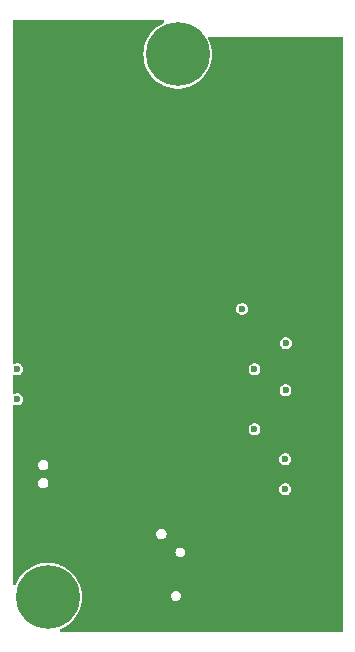
<source format=gbr>
%TF.GenerationSoftware,KiCad,Pcbnew,8.0.5*%
%TF.CreationDate,2024-10-25T02:08:45-07:00*%
%TF.ProjectId,ChungRF,4368756e-6752-4462-9e6b-696361645f70,R3*%
%TF.SameCoordinates,Original*%
%TF.FileFunction,Copper,L2,Inr*%
%TF.FilePolarity,Positive*%
%FSLAX46Y46*%
G04 Gerber Fmt 4.6, Leading zero omitted, Abs format (unit mm)*
G04 Created by KiCad (PCBNEW 8.0.5) date 2024-10-25 02:08:45*
%MOMM*%
%LPD*%
G01*
G04 APERTURE LIST*
%TA.AperFunction,ComponentPad*%
%ADD10C,0.800000*%
%TD*%
%TA.AperFunction,ComponentPad*%
%ADD11C,5.400000*%
%TD*%
%TA.AperFunction,ViaPad*%
%ADD12C,0.700000*%
%TD*%
%TA.AperFunction,ViaPad*%
%ADD13C,0.600000*%
%TD*%
%TA.AperFunction,ViaPad*%
%ADD14C,0.900000*%
%TD*%
G04 APERTURE END LIST*
D10*
%TO.N,N/C*%
%TO.C,H1*%
X163524082Y-64650000D03*
X164117191Y-63218109D03*
X164117191Y-66081891D03*
X165549082Y-62625000D03*
D11*
X165549082Y-64650000D03*
D10*
X165549082Y-66675000D03*
X166980973Y-63218109D03*
X166980973Y-66081891D03*
X167574082Y-64650000D03*
%TD*%
%TO.N,N/C*%
%TO.C,H2*%
X152516891Y-110598109D03*
X153110000Y-109166218D03*
X153110000Y-112030000D03*
X154541891Y-108573109D03*
D11*
X154541891Y-110598109D03*
D10*
X154541891Y-112623109D03*
X155973782Y-109166218D03*
X155973782Y-112030000D03*
X156566891Y-110598109D03*
%TD*%
D12*
%TO.N,GND*%
X174000000Y-97150000D03*
D13*
%TO.N,/NSS*%
X171000000Y-86200000D03*
D12*
%TO.N,GND*%
X151919082Y-92550000D03*
X157100000Y-83050000D03*
D14*
X156700000Y-94050000D03*
D12*
X174600000Y-87800000D03*
D13*
%TO.N,/TXEN*%
X151950000Y-93850000D03*
%TO.N,/RXEN*%
X151951410Y-91301410D03*
D12*
%TO.N,GND*%
X178850000Y-112950000D03*
X161500000Y-112700000D03*
X174600000Y-85200000D03*
D14*
X174000000Y-94000000D03*
X174000000Y-79000000D03*
D13*
%TO.N,/SCK*%
X174700000Y-89100000D03*
%TO.N,/MISO*%
X174675000Y-93075000D03*
%TO.N,/MOSI*%
X172050000Y-91301410D03*
%TO.N,/BUSY*%
X174650000Y-98921410D03*
%TO.N,/NRST*%
X172050000Y-96381410D03*
%TO.N,/DIO1*%
X174650000Y-101461410D03*
D12*
%TO.N,GND*%
X171466310Y-71807946D03*
D14*
X174600000Y-104001410D03*
D12*
X174797501Y-77031690D03*
X174200000Y-74050000D03*
D14*
X164000000Y-99000000D03*
X169000000Y-89000000D03*
X164000000Y-69000000D03*
X178600000Y-63900000D03*
X161500000Y-104270000D03*
D12*
X173663660Y-70800000D03*
X173663660Y-68100000D03*
D14*
X152300000Y-82000000D03*
X159000000Y-74000000D03*
X175649082Y-78671410D03*
X164000000Y-79000000D03*
X169000000Y-74000000D03*
X169000000Y-69000000D03*
X174725000Y-106800000D03*
X159000000Y-69000000D03*
X159000000Y-62600000D03*
X164000000Y-89000000D03*
D12*
X171466310Y-69107946D03*
X175650000Y-77250000D03*
X171466310Y-70907946D03*
D14*
X170024984Y-68150000D03*
X166700000Y-112700000D03*
D12*
X174850000Y-74600000D03*
X175650000Y-74900000D03*
X171790200Y-74305988D03*
D14*
X164000000Y-74000000D03*
X164000000Y-104000000D03*
X169000000Y-94000000D03*
X164000000Y-84000000D03*
X155449082Y-73571410D03*
D12*
X171551807Y-73500802D03*
X173302284Y-76284240D03*
X174014984Y-65250000D03*
D14*
X155449082Y-76171410D03*
X155449082Y-104071410D03*
X169000000Y-108000000D03*
X161500000Y-101730000D03*
X169000000Y-84000000D03*
D12*
X172680585Y-75720756D03*
X173663660Y-69000000D03*
D14*
X175649082Y-73571410D03*
X169000000Y-79000000D03*
X152300000Y-108000000D03*
X164049082Y-110095000D03*
D12*
X171100000Y-65250000D03*
D14*
X157000000Y-101691410D03*
X156700000Y-100181410D03*
X175104984Y-68150000D03*
D12*
X172170973Y-75054072D03*
D14*
X155449082Y-78671410D03*
X178650000Y-69000000D03*
D12*
X171466310Y-68207946D03*
D14*
X174000000Y-112800000D03*
D12*
X173800000Y-73350000D03*
D14*
X164000000Y-94000000D03*
D12*
X173663660Y-72557437D03*
X173663660Y-71700000D03*
X174015702Y-76726063D03*
D14*
X153900000Y-62600000D03*
X156700000Y-98691410D03*
D12*
X171466310Y-72665383D03*
X173663660Y-69900000D03*
X171466310Y-70007946D03*
D14*
X169000000Y-99000000D03*
X169000000Y-104000000D03*
X159000000Y-79000000D03*
X155449082Y-88771410D03*
X152300000Y-69000000D03*
X155449082Y-86271410D03*
X152400000Y-64000000D03*
D12*
X174000000Y-100400000D03*
%TD*%
%TA.AperFunction,Conductor*%
%TO.N,GND*%
G36*
X164365213Y-61740462D02*
G01*
X164419751Y-61795000D01*
X164439713Y-61869500D01*
X164419751Y-61944000D01*
X164365213Y-61998538D01*
X164357584Y-62002651D01*
X164096379Y-62133832D01*
X163949693Y-62230309D01*
X163814088Y-62319498D01*
X163814086Y-62319499D01*
X163814085Y-62319500D01*
X163555266Y-62536674D01*
X163555261Y-62536680D01*
X163323412Y-62782424D01*
X163323409Y-62782428D01*
X163121641Y-63053449D01*
X162952707Y-63346051D01*
X162952705Y-63346055D01*
X162818883Y-63656289D01*
X162818881Y-63656296D01*
X162721984Y-63979954D01*
X162721982Y-63979964D01*
X162663312Y-64312695D01*
X162663310Y-64312709D01*
X162643666Y-64650000D01*
X162663310Y-64987290D01*
X162663312Y-64987304D01*
X162721982Y-65320035D01*
X162721984Y-65320045D01*
X162818881Y-65643703D01*
X162818883Y-65643710D01*
X162952705Y-65953944D01*
X162952707Y-65953948D01*
X163121642Y-66246552D01*
X163323404Y-66517565D01*
X163323406Y-66517567D01*
X163323409Y-66517571D01*
X163323412Y-66517575D01*
X163555261Y-66763319D01*
X163555266Y-66763325D01*
X163738074Y-66916718D01*
X163814088Y-66980502D01*
X164096374Y-67166164D01*
X164096379Y-67166167D01*
X164398300Y-67317797D01*
X164398306Y-67317800D01*
X164715799Y-67433358D01*
X165044562Y-67511276D01*
X165380147Y-67550500D01*
X165380150Y-67550500D01*
X165718014Y-67550500D01*
X165718017Y-67550500D01*
X166053602Y-67511276D01*
X166382365Y-67433358D01*
X166699858Y-67317800D01*
X167001790Y-67166164D01*
X167284076Y-66980502D01*
X167542899Y-66763323D01*
X167774760Y-66517565D01*
X167976522Y-66246552D01*
X168145457Y-65953948D01*
X168279280Y-65643711D01*
X168376182Y-65320035D01*
X168434853Y-64987298D01*
X168454498Y-64650000D01*
X168434853Y-64312702D01*
X168376182Y-63979965D01*
X168279280Y-63656289D01*
X168143740Y-63342071D01*
X168145028Y-63341515D01*
X168130730Y-63272232D01*
X168154997Y-63199021D01*
X168212619Y-63147752D01*
X168279477Y-63131910D01*
X168343860Y-63131910D01*
X179379582Y-63131910D01*
X179454082Y-63151872D01*
X179508620Y-63206410D01*
X179528582Y-63280910D01*
X179528582Y-113430500D01*
X179508620Y-113505000D01*
X179454082Y-113559538D01*
X179379582Y-113579500D01*
X155676103Y-113579500D01*
X155601603Y-113559538D01*
X155547065Y-113505000D01*
X155527103Y-113430500D01*
X155547065Y-113356000D01*
X155601603Y-113301462D01*
X155625142Y-113290486D01*
X155692667Y-113265909D01*
X155994599Y-113114273D01*
X156276885Y-112928611D01*
X156535708Y-112711432D01*
X156767569Y-112465674D01*
X156969331Y-112194661D01*
X157138266Y-111902057D01*
X157272089Y-111591820D01*
X157368991Y-111268144D01*
X157427662Y-110935407D01*
X157447307Y-110598109D01*
X157441593Y-110500000D01*
X164994508Y-110500000D01*
X165014354Y-110625305D01*
X165071950Y-110738342D01*
X165161658Y-110828050D01*
X165274696Y-110885646D01*
X165400000Y-110905492D01*
X165525304Y-110885646D01*
X165638342Y-110828050D01*
X165728050Y-110738342D01*
X165785646Y-110625304D01*
X165805492Y-110500000D01*
X165785646Y-110374696D01*
X165728050Y-110261658D01*
X165638342Y-110171950D01*
X165525305Y-110114354D01*
X165400000Y-110094508D01*
X165274694Y-110114354D01*
X165161657Y-110171950D01*
X165071950Y-110261657D01*
X165014354Y-110374694D01*
X164994508Y-110500000D01*
X157441593Y-110500000D01*
X157427662Y-110260811D01*
X157368991Y-109928074D01*
X157272089Y-109604398D01*
X157138266Y-109294161D01*
X156969331Y-109001557D01*
X156767569Y-108730544D01*
X156767565Y-108730540D01*
X156767563Y-108730537D01*
X156767560Y-108730533D01*
X156535711Y-108484789D01*
X156535706Y-108484783D01*
X156276887Y-108267609D01*
X156276885Y-108267607D01*
X155994599Y-108081945D01*
X155994593Y-108081941D01*
X155692672Y-107930311D01*
X155692669Y-107930310D01*
X155692668Y-107930309D01*
X155692667Y-107930309D01*
X155375174Y-107814751D01*
X155241552Y-107783082D01*
X155046417Y-107736834D01*
X155046413Y-107736833D01*
X155046411Y-107736833D01*
X154710826Y-107697609D01*
X154372956Y-107697609D01*
X154037371Y-107736833D01*
X154037369Y-107736833D01*
X154037364Y-107736834D01*
X153708604Y-107814752D01*
X153391112Y-107930310D01*
X153391109Y-107930311D01*
X153089188Y-108081941D01*
X152942502Y-108178418D01*
X152806897Y-108267607D01*
X152806895Y-108267608D01*
X152806894Y-108267609D01*
X152548075Y-108484783D01*
X152548070Y-108484789D01*
X152316221Y-108730533D01*
X152316218Y-108730537D01*
X152114450Y-109001558D01*
X151945516Y-109294160D01*
X151945514Y-109294164D01*
X151855396Y-109503083D01*
X151807559Y-109563583D01*
X151735880Y-109592059D01*
X151659566Y-109580881D01*
X151599066Y-109533044D01*
X151570590Y-109461365D01*
X151569582Y-109444067D01*
X151569582Y-106800000D01*
X165344508Y-106800000D01*
X165364354Y-106925305D01*
X165421950Y-107038342D01*
X165511658Y-107128050D01*
X165624696Y-107185646D01*
X165750000Y-107205492D01*
X165875304Y-107185646D01*
X165988342Y-107128050D01*
X166078050Y-107038342D01*
X166135646Y-106925304D01*
X166155492Y-106800000D01*
X166135646Y-106674696D01*
X166078050Y-106561658D01*
X165988342Y-106471950D01*
X165875305Y-106414354D01*
X165750000Y-106394508D01*
X165624694Y-106414354D01*
X165511657Y-106471950D01*
X165421950Y-106561657D01*
X165364354Y-106674694D01*
X165344508Y-106800000D01*
X151569582Y-106800000D01*
X151569582Y-105249996D01*
X163694867Y-105249996D01*
X163694867Y-105250003D01*
X163713302Y-105378223D01*
X163767118Y-105496064D01*
X163822282Y-105559727D01*
X163851951Y-105593967D01*
X163960931Y-105664004D01*
X164085228Y-105700500D01*
X164085231Y-105700500D01*
X164214769Y-105700500D01*
X164214772Y-105700500D01*
X164339069Y-105664004D01*
X164448049Y-105593967D01*
X164532882Y-105496063D01*
X164586697Y-105378226D01*
X164605133Y-105250000D01*
X164605133Y-105249996D01*
X164586697Y-105121776D01*
X164586697Y-105121774D01*
X164532882Y-105003937D01*
X164532881Y-105003936D01*
X164532881Y-105003935D01*
X164486216Y-104950080D01*
X164448049Y-104906033D01*
X164339069Y-104835996D01*
X164214772Y-104799500D01*
X164085228Y-104799500D01*
X163960931Y-104835996D01*
X163960928Y-104835997D01*
X163960927Y-104835998D01*
X163851955Y-104906030D01*
X163851952Y-104906031D01*
X163851951Y-104906033D01*
X163851949Y-104906034D01*
X163851948Y-104906036D01*
X163767118Y-105003935D01*
X163713302Y-105121776D01*
X163694867Y-105249996D01*
X151569582Y-105249996D01*
X151569582Y-101461406D01*
X174144353Y-101461406D01*
X174144353Y-101461413D01*
X174164834Y-101603864D01*
X174164834Y-101603865D01*
X174164835Y-101603867D01*
X174224623Y-101734783D01*
X174318872Y-101843553D01*
X174439947Y-101921363D01*
X174578039Y-101961910D01*
X174578041Y-101961910D01*
X174721959Y-101961910D01*
X174721961Y-101961910D01*
X174860053Y-101921363D01*
X174981128Y-101843553D01*
X175075377Y-101734783D01*
X175135165Y-101603867D01*
X175155647Y-101461410D01*
X175155647Y-101461406D01*
X175135165Y-101318955D01*
X175135165Y-101318953D01*
X175075377Y-101188037D01*
X174981128Y-101079267D01*
X174981127Y-101079266D01*
X174947465Y-101057633D01*
X174860053Y-101001457D01*
X174860050Y-101001456D01*
X174721967Y-100960911D01*
X174721962Y-100960910D01*
X174721961Y-100960910D01*
X174578039Y-100960910D01*
X174578037Y-100960910D01*
X174578032Y-100960911D01*
X174439949Y-101001456D01*
X174318872Y-101079266D01*
X174318870Y-101079269D01*
X174224622Y-101188038D01*
X174164834Y-101318955D01*
X174144353Y-101461406D01*
X151569582Y-101461406D01*
X151569582Y-100949996D01*
X153694867Y-100949996D01*
X153694867Y-100950003D01*
X153713302Y-101078223D01*
X153713302Y-101078224D01*
X153713303Y-101078226D01*
X153737390Y-101130970D01*
X153767118Y-101196064D01*
X153822282Y-101259727D01*
X153851951Y-101293967D01*
X153960931Y-101364004D01*
X154085228Y-101400500D01*
X154085231Y-101400500D01*
X154214769Y-101400500D01*
X154214772Y-101400500D01*
X154339069Y-101364004D01*
X154448049Y-101293967D01*
X154532882Y-101196063D01*
X154586697Y-101078226D01*
X154597735Y-101001456D01*
X154605133Y-100950003D01*
X154605133Y-100949996D01*
X154586697Y-100821776D01*
X154586697Y-100821774D01*
X154532882Y-100703937D01*
X154532881Y-100703936D01*
X154532881Y-100703935D01*
X154486216Y-100650080D01*
X154448049Y-100606033D01*
X154339069Y-100535996D01*
X154214772Y-100499500D01*
X154085228Y-100499500D01*
X153960931Y-100535996D01*
X153960928Y-100535997D01*
X153960927Y-100535998D01*
X153851955Y-100606030D01*
X153851952Y-100606031D01*
X153851951Y-100606033D01*
X153851949Y-100606034D01*
X153851948Y-100606036D01*
X153767118Y-100703935D01*
X153713302Y-100821776D01*
X153694867Y-100949996D01*
X151569582Y-100949996D01*
X151569582Y-99399996D01*
X153694867Y-99399996D01*
X153694867Y-99400003D01*
X153713302Y-99528223D01*
X153767118Y-99646064D01*
X153822282Y-99709727D01*
X153851951Y-99743967D01*
X153960931Y-99814004D01*
X154085228Y-99850500D01*
X154085231Y-99850500D01*
X154214769Y-99850500D01*
X154214772Y-99850500D01*
X154339069Y-99814004D01*
X154448049Y-99743967D01*
X154532882Y-99646063D01*
X154586697Y-99528226D01*
X154605133Y-99400000D01*
X154605133Y-99399996D01*
X154586697Y-99271776D01*
X154586697Y-99271774D01*
X154532882Y-99153937D01*
X154532881Y-99153936D01*
X154532881Y-99153935D01*
X154454834Y-99063864D01*
X154448049Y-99056033D01*
X154339069Y-98985996D01*
X154214772Y-98949500D01*
X154085228Y-98949500D01*
X153960931Y-98985996D01*
X153960928Y-98985997D01*
X153960927Y-98985998D01*
X153851955Y-99056030D01*
X153851952Y-99056031D01*
X153851951Y-99056033D01*
X153851949Y-99056034D01*
X153851948Y-99056036D01*
X153767118Y-99153935D01*
X153713302Y-99271776D01*
X153694867Y-99399996D01*
X151569582Y-99399996D01*
X151569582Y-98921406D01*
X174144353Y-98921406D01*
X174144353Y-98921413D01*
X174164834Y-99063864D01*
X174164834Y-99063865D01*
X174164835Y-99063867D01*
X174224623Y-99194783D01*
X174318872Y-99303553D01*
X174439947Y-99381363D01*
X174578039Y-99421910D01*
X174578041Y-99421910D01*
X174721959Y-99421910D01*
X174721961Y-99421910D01*
X174860053Y-99381363D01*
X174981128Y-99303553D01*
X175075377Y-99194783D01*
X175135165Y-99063867D01*
X175146361Y-98985996D01*
X175155647Y-98921413D01*
X175155647Y-98921406D01*
X175135165Y-98778955D01*
X175135165Y-98778953D01*
X175075377Y-98648037D01*
X174981128Y-98539267D01*
X174981127Y-98539266D01*
X174947465Y-98517633D01*
X174860053Y-98461457D01*
X174860050Y-98461456D01*
X174721967Y-98420911D01*
X174721962Y-98420910D01*
X174721961Y-98420910D01*
X174578039Y-98420910D01*
X174578037Y-98420910D01*
X174578032Y-98420911D01*
X174439949Y-98461456D01*
X174318872Y-98539266D01*
X174318870Y-98539269D01*
X174224622Y-98648038D01*
X174164834Y-98778955D01*
X174144353Y-98921406D01*
X151569582Y-98921406D01*
X151569582Y-96381406D01*
X171544353Y-96381406D01*
X171544353Y-96381413D01*
X171564834Y-96523864D01*
X171564834Y-96523865D01*
X171564835Y-96523867D01*
X171624623Y-96654783D01*
X171718872Y-96763553D01*
X171839947Y-96841363D01*
X171978039Y-96881910D01*
X171978041Y-96881910D01*
X172121959Y-96881910D01*
X172121961Y-96881910D01*
X172260053Y-96841363D01*
X172381128Y-96763553D01*
X172475377Y-96654783D01*
X172535165Y-96523867D01*
X172555647Y-96381410D01*
X172555647Y-96381406D01*
X172535165Y-96238955D01*
X172535165Y-96238953D01*
X172475377Y-96108037D01*
X172381128Y-95999267D01*
X172381127Y-95999266D01*
X172347465Y-95977633D01*
X172260053Y-95921457D01*
X172260050Y-95921456D01*
X172121967Y-95880911D01*
X172121962Y-95880910D01*
X172121961Y-95880910D01*
X171978039Y-95880910D01*
X171978037Y-95880910D01*
X171978032Y-95880911D01*
X171839949Y-95921456D01*
X171718872Y-95999266D01*
X171718870Y-95999269D01*
X171624622Y-96108038D01*
X171564834Y-96238955D01*
X171544353Y-96381406D01*
X151569582Y-96381406D01*
X151569582Y-94458969D01*
X151589544Y-94384469D01*
X151644082Y-94329931D01*
X151718582Y-94309969D01*
X151760556Y-94316004D01*
X151878039Y-94350500D01*
X151878041Y-94350500D01*
X152021959Y-94350500D01*
X152021961Y-94350500D01*
X152160053Y-94309953D01*
X152281128Y-94232143D01*
X152375377Y-94123373D01*
X152435165Y-93992457D01*
X152455647Y-93850000D01*
X152455647Y-93849996D01*
X152435165Y-93707545D01*
X152435165Y-93707543D01*
X152375377Y-93576627D01*
X152281128Y-93467857D01*
X152281127Y-93467856D01*
X152247465Y-93446223D01*
X152160053Y-93390047D01*
X152160050Y-93390046D01*
X152021967Y-93349501D01*
X152021962Y-93349500D01*
X152021961Y-93349500D01*
X151878039Y-93349500D01*
X151878038Y-93349500D01*
X151831824Y-93363069D01*
X151760558Y-93383995D01*
X151683454Y-93385830D01*
X151615760Y-93348866D01*
X151575617Y-93283008D01*
X151569582Y-93241030D01*
X151569582Y-93074996D01*
X174169353Y-93074996D01*
X174169353Y-93075003D01*
X174189834Y-93217454D01*
X174189834Y-93217455D01*
X174189835Y-93217457D01*
X174249623Y-93348373D01*
X174343872Y-93457143D01*
X174464947Y-93534953D01*
X174603039Y-93575500D01*
X174603041Y-93575500D01*
X174746959Y-93575500D01*
X174746961Y-93575500D01*
X174885053Y-93534953D01*
X175006128Y-93457143D01*
X175100377Y-93348373D01*
X175160165Y-93217457D01*
X175180647Y-93075000D01*
X175180647Y-93074996D01*
X175160165Y-92932545D01*
X175160165Y-92932543D01*
X175100377Y-92801627D01*
X175006128Y-92692857D01*
X175006127Y-92692856D01*
X174972465Y-92671223D01*
X174885053Y-92615047D01*
X174885050Y-92615046D01*
X174746967Y-92574501D01*
X174746962Y-92574500D01*
X174746961Y-92574500D01*
X174603039Y-92574500D01*
X174603037Y-92574500D01*
X174603032Y-92574501D01*
X174464949Y-92615046D01*
X174343872Y-92692856D01*
X174343870Y-92692859D01*
X174249622Y-92801628D01*
X174189834Y-92932545D01*
X174169353Y-93074996D01*
X151569582Y-93074996D01*
X151569582Y-91909965D01*
X151589544Y-91835465D01*
X151644082Y-91780927D01*
X151718582Y-91760965D01*
X151760556Y-91767000D01*
X151879449Y-91801910D01*
X151879451Y-91801910D01*
X152023369Y-91801910D01*
X152023371Y-91801910D01*
X152161463Y-91761363D01*
X152282538Y-91683553D01*
X152376787Y-91574783D01*
X152436575Y-91443867D01*
X152457057Y-91301410D01*
X152457057Y-91301406D01*
X171544353Y-91301406D01*
X171544353Y-91301413D01*
X171564834Y-91443864D01*
X171564834Y-91443865D01*
X171564835Y-91443867D01*
X171624623Y-91574783D01*
X171718872Y-91683553D01*
X171839947Y-91761363D01*
X171978039Y-91801910D01*
X171978041Y-91801910D01*
X172121959Y-91801910D01*
X172121961Y-91801910D01*
X172260053Y-91761363D01*
X172381128Y-91683553D01*
X172475377Y-91574783D01*
X172535165Y-91443867D01*
X172555647Y-91301410D01*
X172555647Y-91301406D01*
X172535165Y-91158955D01*
X172535165Y-91158953D01*
X172475377Y-91028037D01*
X172381128Y-90919267D01*
X172381127Y-90919266D01*
X172347465Y-90897633D01*
X172260053Y-90841457D01*
X172260050Y-90841456D01*
X172121967Y-90800911D01*
X172121962Y-90800910D01*
X172121961Y-90800910D01*
X171978039Y-90800910D01*
X171978037Y-90800910D01*
X171978032Y-90800911D01*
X171839949Y-90841456D01*
X171718872Y-90919266D01*
X171718870Y-90919269D01*
X171624622Y-91028038D01*
X171564834Y-91158955D01*
X171544353Y-91301406D01*
X152457057Y-91301406D01*
X152436575Y-91158955D01*
X152436575Y-91158953D01*
X152376787Y-91028037D01*
X152282538Y-90919267D01*
X152282537Y-90919266D01*
X152248875Y-90897633D01*
X152161463Y-90841457D01*
X152161460Y-90841456D01*
X152023377Y-90800911D01*
X152023372Y-90800910D01*
X152023371Y-90800910D01*
X151879449Y-90800910D01*
X151879448Y-90800910D01*
X151832137Y-90814801D01*
X151760558Y-90835819D01*
X151683454Y-90837654D01*
X151615760Y-90800690D01*
X151575617Y-90734832D01*
X151569582Y-90692854D01*
X151569582Y-89099996D01*
X174194353Y-89099996D01*
X174194353Y-89100003D01*
X174214834Y-89242454D01*
X174214834Y-89242455D01*
X174214835Y-89242457D01*
X174274623Y-89373373D01*
X174368872Y-89482143D01*
X174489947Y-89559953D01*
X174628039Y-89600500D01*
X174628041Y-89600500D01*
X174771959Y-89600500D01*
X174771961Y-89600500D01*
X174910053Y-89559953D01*
X175031128Y-89482143D01*
X175125377Y-89373373D01*
X175185165Y-89242457D01*
X175205647Y-89100000D01*
X175205647Y-89099996D01*
X175185165Y-88957545D01*
X175185165Y-88957543D01*
X175125377Y-88826627D01*
X175031128Y-88717857D01*
X175031127Y-88717856D01*
X174997465Y-88696223D01*
X174910053Y-88640047D01*
X174910050Y-88640046D01*
X174771967Y-88599501D01*
X174771962Y-88599500D01*
X174771961Y-88599500D01*
X174628039Y-88599500D01*
X174628037Y-88599500D01*
X174628032Y-88599501D01*
X174489949Y-88640046D01*
X174368872Y-88717856D01*
X174368870Y-88717859D01*
X174274622Y-88826628D01*
X174214834Y-88957545D01*
X174194353Y-89099996D01*
X151569582Y-89099996D01*
X151569582Y-86199996D01*
X170494353Y-86199996D01*
X170494353Y-86200003D01*
X170514834Y-86342454D01*
X170514834Y-86342455D01*
X170514835Y-86342457D01*
X170574623Y-86473373D01*
X170668872Y-86582143D01*
X170789947Y-86659953D01*
X170928039Y-86700500D01*
X170928041Y-86700500D01*
X171071959Y-86700500D01*
X171071961Y-86700500D01*
X171210053Y-86659953D01*
X171331128Y-86582143D01*
X171425377Y-86473373D01*
X171485165Y-86342457D01*
X171505647Y-86200000D01*
X171505647Y-86199996D01*
X171485165Y-86057545D01*
X171485165Y-86057543D01*
X171425377Y-85926627D01*
X171331128Y-85817857D01*
X171331127Y-85817856D01*
X171297465Y-85796223D01*
X171210053Y-85740047D01*
X171210050Y-85740046D01*
X171071967Y-85699501D01*
X171071962Y-85699500D01*
X171071961Y-85699500D01*
X170928039Y-85699500D01*
X170928037Y-85699500D01*
X170928032Y-85699501D01*
X170789949Y-85740046D01*
X170668872Y-85817856D01*
X170668870Y-85817859D01*
X170574622Y-85926628D01*
X170514834Y-86057545D01*
X170494353Y-86199996D01*
X151569582Y-86199996D01*
X151569582Y-61869500D01*
X151589544Y-61795000D01*
X151644082Y-61740462D01*
X151718582Y-61720500D01*
X164290713Y-61720500D01*
X164365213Y-61740462D01*
G37*
%TD.AperFunction*%
%TD*%
M02*

</source>
